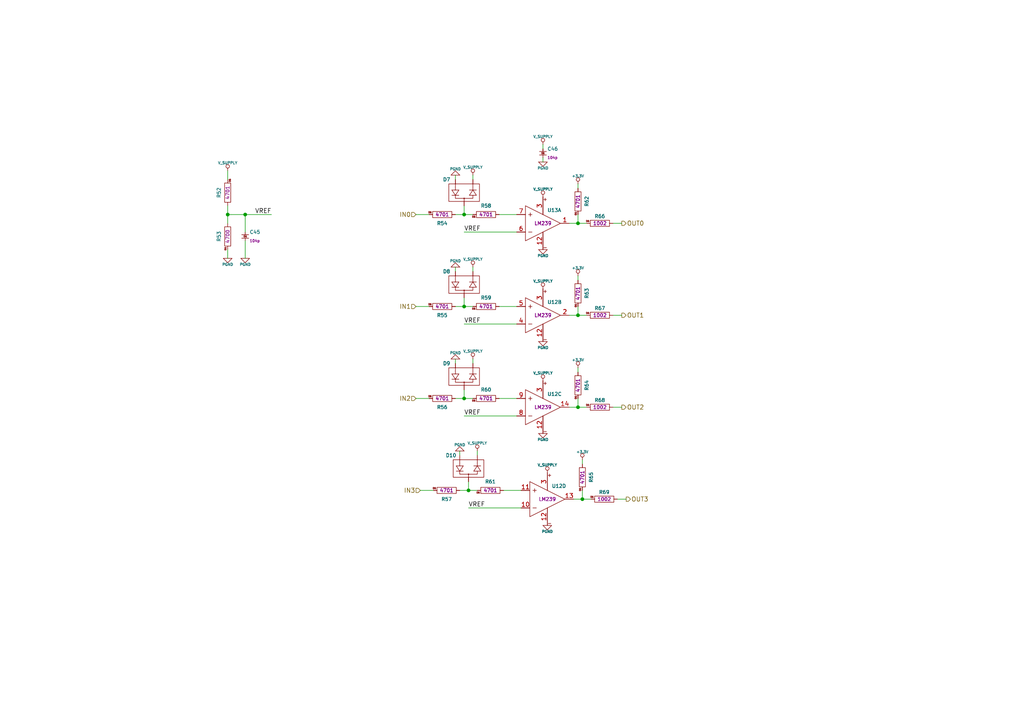
<source format=kicad_sch>
(kicad_sch (version 20231120) (generator "eeschema") (generator_version "8.0")
  (paper "A4")
  (title_block (title "Open-PLC-Project") (date "2024-12-01") (company "-") (comment 1 "See the file \"LICENSE\" in the main directory of this archive for more details.") (comment 2 "This file is subject to the terms and conditions of the MIT License.") (comment 3 "Copyright (c) 2024 Yoon-Ki Hong"))
  (lib_symbols
    (symbol "Capacitor_MLCC:0603B104K500" (pin_numbers hide) (pin_names (offset 1.016) hide)
      (property "Reference" "C" (at 1.27 1.27 0))
      (property "#Value" "104p" (at 1.27 -1.27 0))
      (symbol "0603B104K500_0_0"
        (text "06" (at 0 0 0) (effects (font (size 0.508 0.508))))
      )
      (symbol "0603B104K500_0_1"
        (polyline (pts (xy -1.016 -0.508) (xy 1.016 -0.508)))
        (polyline (pts (xy -1.016 0.508) (xy 1.016 0.508)))
        (polyline (pts (xy 0 1.27) (xy 0 0.635) (xy 0 0.635)))
      )
      (symbol "0603B104K500_1_1"
        (pin passive line (at 0 -1.27 90) (length 0.762) (name "~") (number "1"))
        (pin passive line (at 0 1.27 270) (length 0.762) (name "~") (number "2"))
      )
    )
    (symbol "Diode_Protection:KDS226" (pin_numbers hide) (pin_names (offset 1.016) hide)
      (property "Reference" "D" (at -5.08 3.81 0))
      (symbol "KDS226_0_1"
        (rectangle (start -4.445 2.54) (end 4.445 -2.54))
        (circle (center 0 -1.651) (radius 0.127))
        (polyline (pts (xy -3.556 0.762) (xy -2.54 -0.762)))
        (polyline (pts (xy -2.54 -0.762) (xy -3.556 -0.762)))
        (polyline (pts (xy -2.54 -0.762) (xy -1.524 -0.762)))
        (polyline (pts (xy -2.54 -0.762) (xy -1.524 0.762)))
        (polyline (pts (xy -2.54 0.762) (xy -3.556 0.762)))
        (polyline (pts (xy -2.54 0.762) (xy -1.524 0.762)))
        (polyline (pts (xy 2.54 -0.762) (xy 1.524 -0.762)))
        (polyline (pts (xy 2.54 -0.762) (xy 3.556 -0.762)))
        (polyline (pts (xy 2.54 0.762) (xy 1.524 0.762)))
        (polyline (pts (xy 2.54 0.762) (xy 2.54 2.54)))
        (polyline (pts (xy 2.54 0.762) (xy 3.556 -0.762)))
        (polyline (pts (xy 2.54 0.762) (xy 3.556 0.762)))
        (polyline (pts (xy -2.54 0.762) (xy -2.54 2.667) (xy -2.54 2.54)))
        (polyline (pts (xy 2.54 -0.762) (xy 2.54 -1.651) (xy 0 -1.651)))
        (polyline (pts (xy -2.54 -0.762) (xy -2.54 -1.651) (xy 0 -1.651) (xy 0 -2.54)))
      )
      (symbol "KDS226_1_1"
        (polyline (pts (xy 1.524 -0.762) (xy 2.54 0.762)))
        (pin passive line (at -2.54 3.81 270) (length 1.27) (name "A2") (number "1"))
        (pin passive line (at 2.54 3.81 270) (length 1.27) (name "C1") (number "2"))
        (pin passive line (at 0 -3.81 90) (length 1.27) (name "A1C2") (number "3"))
      )
    )
    (symbol "LM239DR2G_1" (pin_names (offset 1.016) hide)
      (property "Reference" "U" (at 1.27 3.81 0))
      (property "#Value" "LM239" (at 0 0 0))
      (symbol "LM239DR2G_1_0_0"
        (text "+" (at 0.635 6.985 0) (effects (font (size 1.016 1.016))))
        (text "-" (at 0.635 -6.985 0) (effects (font (size 1.016 1.016))))
      )
      (symbol "LM239DR2G_1_0_1"
        (polyline (pts (xy -4.191 -2.54) (xy -3.175 -2.54)))
        (polyline (pts (xy -4.191 2.54) (xy -3.175 2.54)))
        (polyline (pts (xy -3.683 3.048) (xy -3.683 2.032)))
        (polyline (pts (xy -5.08 5.08) (xy -5.08 -5.08) (xy 5.08 0) (xy -5.08 5.08)))
        (pin power_in line (at 0 -7.62 90) (length 5.08) (name "GND") (number "12"))
        (pin power_in line (at 0 7.62 270) (length 5.08) (name "VCC") (number "3"))
      )
      (symbol "LM239DR2G_1_1_1"
        (pin output line (at 7.62 0 180) (length 2.54) (name "OUT") (number "1"))
        (pin input line (at -7.62 -2.54 0) (length 2.54) (name "-") (number "6"))
        (pin input line (at -7.62 2.54 0) (length 2.54) (name "+") (number "7"))
      )
      (symbol "LM239DR2G_1_2_1"
        (pin output line (at 7.62 0 180) (length 2.54) (name "OUT") (number "2"))
        (pin input line (at -7.62 -2.54 0) (length 2.54) (name "-") (number "4"))
        (pin input line (at -7.62 2.54 0) (length 2.54) (name "+") (number "5"))
      )
      (symbol "LM239DR2G_1_3_1"
        (pin output line (at 7.62 0 180) (length 2.54) (name "OUT") (number "14"))
        (pin input line (at -7.62 -2.54 0) (length 2.54) (name "-") (number "8"))
        (pin input line (at -7.62 2.54 0) (length 2.54) (name "+") (number "9"))
      )
      (symbol "LM239DR2G_1_4_1"
        (pin input line (at -7.62 -2.54 0) (length 2.54) (name "-") (number "10"))
        (pin input line (at -7.62 2.54 0) (length 2.54) (name "+") (number "11"))
        (pin output line (at 7.62 0 180) (length 2.54) (name "OUT") (number "13"))
      )
    )
    (symbol "Resistor:WR06X1002FTL" (pin_numbers hide) (pin_names (offset 0.0254))
      (property "Reference" "R" (at 0 2.032 0))
      (property "#Value" "1002" (at 0 0 0))
      (symbol "WR06X1002FTL_0_0"
        (text "06" (at -3.556 0.635 0) (effects (font (size 0.508 0.508))))
      )
      (symbol "WR06X1002FTL_0_1"
        (rectangle (start -2.794 -0.889) (end 2.794 0.889))
      )
      (symbol "WR06X1002FTL_1_1"
        (pin passive line (at -3.81 0 0) (length 1.016) (name "~") (number "1"))
        (pin passive line (at 3.81 0 180) (length 1.016) (name "~") (number "2"))
      )
    )
    (symbol "Resistor:WR06X4700FTL" (pin_numbers hide) (pin_names (offset 0.0254))
      (property "Reference" "R" (at 0 2.032 0))
      (property "#Value" "4700" (at 0 0 0))
      (symbol "WR06X4700FTL_0_0"
        (text "06" (at -3.556 0.635 0) (effects (font (size 0.508 0.508))))
      )
      (symbol "WR06X4700FTL_0_1"
        (rectangle (start -2.794 -0.889) (end 2.794 0.889))
      )
      (symbol "WR06X4700FTL_1_1"
        (pin passive line (at -3.81 0 0) (length 1.016) (name "~") (number "1"))
        (pin passive line (at 3.81 0 180) (length 1.016) (name "~") (number "2"))
      )
    )
    (symbol "Resistor:WR06X4701FTL" (pin_numbers hide) (pin_names (offset 0.0254))
      (property "Reference" "R" (at 0 2.032 0))
      (property "#Value" "4701" (at 0 0 0))
      (symbol "WR06X4701FTL_0_0"
        (text "06" (at -3.556 0.635 0) (effects (font (size 0.508 0.508))))
      )
      (symbol "WR06X4701FTL_0_1"
        (rectangle (start -2.794 -0.889) (end 2.794 0.889))
      )
      (symbol "WR06X4701FTL_1_1"
        (pin passive line (at -3.81 0 0) (length 1.016) (name "~") (number "1"))
        (pin passive line (at 3.81 0 180) (length 1.016) (name "~") (number "2"))
      )
    )
    (symbol "power:+3.3V" (power) (pin_names (offset 1.016))
      (property "Value" "+3.3V" (at 0 2.286 0))
      (symbol "+3.3V_0_0"
        (pin power_in line (at 0 0 90) (length 0) hide (name "+3.3V") (number "1"))
      )
      (symbol "+3.3V_0_1"
        (polyline (pts (xy 0 0) (xy 0 0.762) (xy 0 0.762) (xy 0 0.762)))
        (circle (center 0 1.27) (radius 0.508))
      )
    )
    (symbol "power:PGND" (power) (pin_names (offset 0))
      (property "Value" "PGND" (at 0 -1.778 0))
      (symbol "PGND_0_1"
        (polyline (pts (xy -1.27 0) (xy 0 -1.27) (xy 1.27 0) (xy -1.27 0)))
      )
      (symbol "PGND_1_1"
        (pin power_in line (at 0 0 90) (length 0) hide (name "PGND") (number "1"))
      )
    )
    (symbol "power:V_SUPPLY" (power) (pin_names (offset 1.016))
      (property "Value" "V_SUPPLY" (at 0 2.286 0))
      (symbol "V_SUPPLY_0_0"
        (pin power_in line (at 0 0 90) (length 0) hide (name "V_SUPPLY") (number "1"))
      )
      (symbol "V_SUPPLY_0_1"
        (polyline (pts (xy 0 0) (xy 0 0.762) (xy 0 0.762) (xy 0 0.762)))
        (circle (center 0 1.27) (radius 0.508))
      )
    )
  )
  (junction (at 135.89 142.24))
  (junction (at 134.62 88.9))
  (junction (at 167.64 118.11))
  (junction (at 134.62 115.57))
  (junction (at 168.91 144.78))
  (junction (at 134.62 62.23))
  (junction (at 66.04 62.23))
  (junction (at 167.64 64.77))
  (junction (at 71.12 62.23))
  (junction (at 167.64 91.44))
  (wire (pts (xy 66.04 62.23) (xy 66.04 64.77)))
  (wire (pts (xy 144.78 115.57) (xy 149.86 115.57)))
  (wire (pts (xy 134.62 67.31) (xy 149.86 67.31)))
  (wire (pts (xy 167.64 118.11) (xy 170.18 118.11)))
  (wire (pts (xy 167.64 64.77) (xy 170.18 64.77)))
  (wire (pts (xy 71.12 69.85) (xy 71.12 74.93)))
  (wire (pts (xy 177.8 91.44) (xy 180.34 91.44)))
  (wire (pts (xy 132.08 104.14) (xy 132.08 105.41)))
  (wire (pts (xy 134.62 113.03) (xy 134.62 115.57)))
  (wire (pts (xy 132.08 77.47) (xy 132.08 78.74)))
  (wire (pts (xy 135.89 142.24) (xy 138.43 142.24)))
  (wire (pts (xy 157.48 45.72) (xy 157.48 46.99)))
  (wire (pts (xy 66.04 49.53) (xy 66.04 52.07)))
  (wire (pts (xy 166.37 144.78) (xy 168.91 144.78)))
  (wire (pts (xy 167.64 53.34) (xy 167.64 54.61)))
  (wire (pts (xy 167.64 115.57) (xy 167.64 118.11)))
  (wire (pts (xy 165.1 64.77) (xy 167.64 64.77)))
  (wire (pts (xy 146.05 142.24) (xy 151.13 142.24)))
  (wire (pts (xy 132.08 88.9) (xy 134.62 88.9)))
  (wire (pts (xy 120.65 88.9) (xy 124.46 88.9)))
  (wire (pts (xy 120.65 62.23) (xy 124.46 62.23)))
  (wire (pts (xy 71.12 62.23) (xy 78.74 62.23)))
  (wire (pts (xy 177.8 118.11) (xy 180.34 118.11)))
  (wire (pts (xy 167.64 91.44) (xy 170.18 91.44)))
  (wire (pts (xy 135.89 147.32) (xy 151.13 147.32)))
  (wire (pts (xy 168.91 142.24) (xy 168.91 144.78)))
  (wire (pts (xy 167.64 106.68) (xy 167.64 107.95)))
  (wire (pts (xy 137.16 104.14) (xy 137.16 105.41)))
  (wire (pts (xy 133.35 142.24) (xy 135.89 142.24)))
  (wire (pts (xy 137.16 77.47) (xy 137.16 78.74)))
  (wire (pts (xy 144.78 88.9) (xy 149.86 88.9)))
  (wire (pts (xy 165.1 118.11) (xy 167.64 118.11)))
  (wire (pts (xy 134.62 62.23) (xy 137.16 62.23)))
  (wire (pts (xy 157.48 41.91) (xy 157.48 43.18)))
  (wire (pts (xy 120.65 115.57) (xy 124.46 115.57)))
  (wire (pts (xy 179.07 144.78) (xy 181.61 144.78)))
  (wire (pts (xy 177.8 64.77) (xy 180.34 64.77)))
  (wire (pts (xy 121.92 142.24) (xy 125.73 142.24)))
  (wire (pts (xy 134.62 93.98) (xy 149.86 93.98)))
  (wire (pts (xy 167.64 88.9) (xy 167.64 91.44)))
  (wire (pts (xy 134.62 120.65) (xy 149.86 120.65)))
  (wire (pts (xy 168.91 144.78) (xy 171.45 144.78)))
  (wire (pts (xy 167.64 80.01) (xy 167.64 81.28)))
  (wire (pts (xy 134.62 88.9) (xy 137.16 88.9)))
  (wire (pts (xy 167.64 62.23) (xy 167.64 64.77)))
  (wire (pts (xy 144.78 62.23) (xy 149.86 62.23)))
  (wire (pts (xy 132.08 115.57) (xy 134.62 115.57)))
  (wire (pts (xy 165.1 91.44) (xy 167.64 91.44)))
  (wire (pts (xy 66.04 62.23) (xy 71.12 62.23)))
  (wire (pts (xy 133.35 130.81) (xy 133.35 132.08)))
  (wire (pts (xy 168.91 133.35) (xy 168.91 134.62)))
  (wire (pts (xy 66.04 72.39) (xy 66.04 74.93)))
  (wire (pts (xy 132.08 62.23) (xy 134.62 62.23)))
  (wire (pts (xy 138.43 130.81) (xy 138.43 132.08)))
  (wire (pts (xy 132.08 50.8) (xy 132.08 52.07)))
  (wire (pts (xy 71.12 62.23) (xy 71.12 67.31)))
  (wire (pts (xy 134.62 115.57) (xy 137.16 115.57)))
  (wire (pts (xy 137.16 50.8) (xy 137.16 52.07)))
  (wire (pts (xy 66.04 59.69) (xy 66.04 62.23)))
  (wire (pts (xy 134.62 86.36) (xy 134.62 88.9)))
  (wire (pts (xy 134.62 59.69) (xy 134.62 62.23)))
  (wire (pts (xy 135.89 139.7) (xy 135.89 142.24)))
  (label "VREF" (at 135.89 147.32 0))
  (label "VREF" (at 78.74 62.23 180))
  (label "VREF" (at 134.62 120.65 0))
  (label "VREF" (at 134.62 67.31 0))
  (label "VREF" (at 134.62 93.98 0))
  (hierarchical_label "IN0" (shape input) (at 120.65 62.23 180))
  (hierarchical_label "OUT0" (shape output) (at 180.34 64.77 0))
  (hierarchical_label "IN3" (shape input) (at 121.92 142.24 180))
  (hierarchical_label "IN2" (shape input) (at 120.65 115.57 180))
  (hierarchical_label "OUT3" (shape output) (at 181.61 144.78 0))
  (hierarchical_label "OUT2" (shape output) (at 180.34 118.11 0))
  (hierarchical_label "OUT1" (shape output) (at 180.34 91.44 0))
  (hierarchical_label "IN1" (shape input) (at 120.65 88.9 180))
  (symbol (lib_id "power:PGND") (at 157.48 72.39 0) (unit 1)
    (property "Reference" "#PWR0121" (effects (hide yes)))
    (property "Value" "PGND" (at 157.48 74.168 0) (effects (font (size 0.762 0.762))))
    (instances (project "Open-PLC-Project" (path "" (reference "#PWR0121") (unit 1)) (path "" (reference "#PWR096") (unit 1))))
  )
  (symbol (lib_id "Resistor:WR06X4700FTL") (at 66.04 68.58 90) (unit 1)
    (property "Reference" "R53" (at 63.5 68.58 0) (effects (font (size 1.016 1.016))))
    (property "Value" "WR06X4700FTL" (effects (hide yes)))
    (property "Footprint" "SMR:0603" (effects (hide yes)))
    (property "Description" "470 Ohm ±1% 1/10W" (effects (hide yes)))
    (property "Manufacturer" "WALSIN" (effects (hide yes)))
    (property "#Value" "4700" (at 66.04 68.58 0) (effects (font (size 1.016 1.016))))
    (instances (project "Open-PLC-Project" (path "" (reference "R53") (unit 1)) (path "" (reference "R35") (unit 1))))
  )
  (symbol (lib_id "power:+3.3V") (at 167.64 106.68 0) (unit 1)
    (property "Reference" "#PWR0130" (effects (hide yes)))
    (property "Value" "+3.3V" (at 167.64 104.394 0) (effects (font (size 0.762 0.762))))
    (instances (project "Open-PLC-Project" (path "" (reference "#PWR0130") (unit 1)) (path "" (reference "#PWR0105") (unit 1))))
  )
  (symbol (lib_id "power:V_SUPPLY") (at 66.04 49.53 0) (unit 1)
    (property "Reference" "#PWR0107" (effects (hide yes)))
    (property "Value" "V_SUPPLY" (at 66.04 47.244 0) (effects (font (size 0.762 0.762))))
    (instances (project "Open-PLC-Project" (path "" (reference "#PWR0107") (unit 1)) (path "" (reference "#PWR082") (unit 1))))
  )
  (symbol (lib_id "power:V_SUPPLY") (at 157.48 83.82 0) (unit 1)
    (property "Reference" "#PWR0122" (effects (hide yes)))
    (property "Value" "V_SUPPLY" (at 157.48 81.534 0) (effects (font (size 0.762 0.762))))
    (instances (project "Open-PLC-Project" (path "" (reference "#PWR0122") (unit 1)) (path "" (reference "#PWR097") (unit 1))))
  )
  (symbol (lib_id "Resistor:WR06X4701FTL") (at 167.64 58.42 90) (unit 1)
    (property "Reference" "R62" (at 170.18 58.42 0) (effects (font (size 1.016 1.016))))
    (property "Value" "WR06X4701FTL" (effects (hide yes)))
    (property "Footprint" "SMR:0603" (effects (hide yes)))
    (property "Description" "4.7 kOhm ±1% 1/10W" (effects (hide yes)))
    (property "Manufacturer" "WALSIN" (effects (hide yes)))
    (property "#Value" "4701" (at 167.64 58.42 0) (effects (font (size 1.016 1.016))))
    (instances (project "Open-PLC-Project" (path "" (reference "R62") (unit 1)) (path "" (reference "R44") (unit 1))))
  )
  (symbol (lib_id "power:PGND") (at 132.08 104.14 180) (unit 1)
    (property "Reference" "#PWR0112" (effects (hide yes)))
    (property "Value" "PGND" (at 132.08 102.362 0) (effects (font (size 0.762 0.762))))
    (instances (project "Open-PLC-Project" (path "" (reference "#PWR0112") (unit 1)) (path "" (reference "#PWR087") (unit 1))))
  )
  (symbol (lib_id "Resistor:WR06X1002FTL") (at 173.99 64.77 0) (unit 1)
    (property "Reference" "R66" (at 173.99 62.738 0) (effects (font (size 1.016 1.016))))
    (property "Value" "WR06X1002FTL" (effects (hide yes)))
    (property "Footprint" "SMR:0603" (effects (hide yes)))
    (property "Description" "10 kOhm 1% 1/10W" (effects (hide yes)))
    (property "Manufacturer" "WALSIN" (effects (hide yes)))
    (property "#Value" "1002" (at 173.99 64.77 0) (effects (font (size 1.016 1.016))))
    (instances (project "Open-PLC-Project" (path "" (reference "R66") (unit 1)) (path "" (reference "R48") (unit 1))))
  )
  (symbol (lib_id "power:V_SUPPLY") (at 158.75 137.16 0) (unit 1)
    (property "Reference" "#PWR0126" (effects (hide yes)))
    (property "Value" "V_SUPPLY" (at 158.75 134.874 0) (effects (font (size 0.762 0.762))))
    (instances (project "Open-PLC-Project" (path "" (reference "#PWR0126") (unit 1)) (path "" (reference "#PWR0101") (unit 1))))
  )
  (symbol (lib_name "LM239DR2G_1") (lib_id "Comparator:LM239DR2G") (at 157.48 118.11 0) (unit 3)
    (property "Reference" "U12" (at 158.75 114.3 0) (effects (font (size 1.016 1.016)) (justify left)))
    (property "Value" "LM239DR2G" (effects (hide yes)))
    (property "Footprint" "SO:SOIC-14" (effects (hide yes)))
    (property "Description" "Quad Differential Comparators" (effects (hide yes)))
    (property "Manufacturer" "onsemi" (effects (hide yes)))
    (property "#Value" "LM239" (at 157.48 118.11 0) (effects (font (size 1.016 1.016))))
    (instances (project "Open-PLC-Project" (path "" (reference "U12") (unit 3)) (path "" (reference "U13") (unit 3))))
  )
  (symbol (lib_id "power:+3.3V") (at 168.91 133.35 0) (unit 1)
    (property "Reference" "#PWR0131" (effects (hide yes)))
    (property "Value" "+3.3V" (at 168.91 131.064 0) (effects (font (size 0.762 0.762))))
    (instances (project "Open-PLC-Project" (path "" (reference "#PWR0131") (unit 1)) (path "" (reference "#PWR0106") (unit 1))))
  )
  (symbol (lib_id "Diode_Protection:KDS226") (at 134.62 55.88 0) (unit 1)
    (property "Reference" "D7" (at 129.54 52.07 0) (effects (font (size 1.016 1.016))))
    (property "Value" "KDS226" (effects (hide yes)))
    (property "Footprint" "SOT:SOT23" (effects (hide yes)))
    (property "Description" "ULTRA HIGH SPEED SWITCHING APPLICATION" (effects (hide yes)))
    (property "Manufacturer" "KEC" (effects (hide yes)))
    (instances (project "Open-PLC-Project" (path "" (reference "D7") (unit 1)) (path "" (reference "D3") (unit 1))))
  )
  (symbol (lib_id "power:V_SUPPLY") (at 157.48 41.91 0) (unit 1)
    (property "Reference" "#PWR0118" (effects (hide yes)))
    (property "Value" "V_SUPPLY" (at 157.48 39.624 0) (effects (font (size 0.762 0.762))))
    (instances (project "Open-PLC-Project" (path "" (reference "#PWR0118") (unit 1)) (path "" (reference "#PWR093") (unit 1))))
  )
  (symbol (lib_id "power:PGND") (at 157.48 99.06 0) (unit 1)
    (property "Reference" "#PWR0123" (effects (hide yes)))
    (property "Value" "PGND" (at 157.48 100.838 0) (effects (font (size 0.762 0.762))))
    (instances (project "Open-PLC-Project" (path "" (reference "#PWR0123") (unit 1)) (path "" (reference "#PWR098") (unit 1))))
  )
  (symbol (lib_id "Resistor:WR06X4701FTL") (at 128.27 88.9 0) (unit 1)
    (property "Reference" "R55" (at 128.27 91.44 0) (effects (font (size 1.016 1.016))))
    (property "Value" "WR06X4701FTL" (effects (hide yes)))
    (property "Footprint" "SMR:0603" (effects (hide yes)))
    (property "Description" "4.7 kOhm ±1% 1/10W" (effects (hide yes)))
    (property "Manufacturer" "WALSIN" (effects (hide yes)))
    (property "#Value" "4701" (at 128.27 88.9 0) (effects (font (size 1.016 1.016))))
    (instances (project "Open-PLC-Project" (path "" (reference "R55") (unit 1)) (path "" (reference "R37") (unit 1))))
  )
  (symbol (lib_id "power:+3.3V") (at 167.64 53.34 0) (unit 1)
    (property "Reference" "#PWR0128" (effects (hide yes)))
    (property "Value" "+3.3V" (at 167.64 51.054 0) (effects (font (size 0.762 0.762))))
    (instances (project "Open-PLC-Project" (path "" (reference "#PWR0128") (unit 1)) (path "" (reference "#PWR0103") (unit 1))))
  )
  (symbol (lib_id "Resistor:WR06X4701FTL") (at 140.97 62.23 0) (mirror x) (unit 1)
    (property "Reference" "R58" (at 140.97 59.69 0) (effects (font (size 1.016 1.016))))
    (property "Value" "WR06X4701FTL" (effects (hide yes)))
    (property "Footprint" "SMR:0603" (effects (hide yes)))
    (property "Description" "4.7 kOhm ±1% 1/10W" (effects (hide yes)))
    (property "Manufacturer" "WALSIN" (effects (hide yes)))
    (property "#Value" "4701" (at 140.97 62.23 0) (effects (font (size 1.016 1.016))))
    (instances (project "Open-PLC-Project" (path "" (reference "R58") (unit 1)) (path "" (reference "R40") (unit 1))))
  )
  (symbol (lib_id "power:V_SUPPLY") (at 138.43 130.81 0) (unit 1)
    (property "Reference" "#PWR0117" (effects (hide yes)))
    (property "Value" "V_SUPPLY" (at 138.43 128.524 0) (effects (font (size 0.762 0.762))))
    (instances (project "Open-PLC-Project" (path "" (reference "#PWR0117") (unit 1)) (path "" (reference "#PWR092") (unit 1))))
  )
  (symbol (lib_id "Resistor:WR06X1002FTL") (at 175.26 144.78 0) (unit 1)
    (property "Reference" "R69" (at 175.26 142.748 0) (effects (font (size 1.016 1.016))))
    (property "Value" "WR06X1002FTL" (effects (hide yes)))
    (property "Footprint" "SMR:0603" (effects (hide yes)))
    (property "Description" "10 kOhm 1% 1/10W" (effects (hide yes)))
    (property "Manufacturer" "WALSIN" (effects (hide yes)))
    (property "#Value" "1002" (at 175.26 144.78 0) (effects (font (size 1.016 1.016))))
    (instances (project "Open-PLC-Project" (path "" (reference "R69") (unit 1)) (path "" (reference "R51") (unit 1))))
  )
  (symbol (lib_id "power:V_SUPPLY") (at 137.16 104.14 0) (unit 1)
    (property "Reference" "#PWR0116" (effects (hide yes)))
    (property "Value" "V_SUPPLY" (at 137.16 101.854 0) (effects (font (size 0.762 0.762))))
    (instances (project "Open-PLC-Project" (path "" (reference "#PWR0116") (unit 1)) (path "" (reference "#PWR091") (unit 1))))
  )
  (symbol (lib_id "Resistor:WR06X1002FTL") (at 173.99 118.11 0) (unit 1)
    (property "Reference" "R68" (at 173.99 116.078 0) (effects (font (size 1.016 1.016))))
    (property "Value" "WR06X1002FTL" (effects (hide yes)))
    (property "Footprint" "SMR:0603" (effects (hide yes)))
    (property "Description" "10 kOhm 1% 1/10W" (effects (hide yes)))
    (property "Manufacturer" "WALSIN" (effects (hide yes)))
    (property "#Value" "1002" (at 173.99 118.11 0) (effects (font (size 1.016 1.016))))
    (instances (project "Open-PLC-Project" (path "" (reference "R68") (unit 1)) (path "" (reference "R50") (unit 1))))
  )
  (symbol (lib_id "Resistor:WR06X4701FTL") (at 129.54 142.24 0) (unit 1)
    (property "Reference" "R57" (at 129.54 144.78 0) (effects (font (size 1.016 1.016))))
    (property "Value" "WR06X4701FTL" (effects (hide yes)))
    (property "Footprint" "SMR:0603" (effects (hide yes)))
    (property "Description" "4.7 kOhm ±1% 1/10W" (effects (hide yes)))
    (property "Manufacturer" "WALSIN" (effects (hide yes)))
    (property "#Value" "4701" (at 129.54 142.24 0) (effects (font (size 1.016 1.016))))
    (instances (project "Open-PLC-Project" (path "" (reference "R57") (unit 1)) (path "" (reference "R39") (unit 1))))
  )
  (symbol (lib_id "power:PGND") (at 158.75 152.4 0) (unit 1)
    (property "Reference" "#PWR0127" (effects (hide yes)))
    (property "Value" "PGND" (at 158.75 154.178 0) (effects (font (size 0.762 0.762))))
    (instances (project "Open-PLC-Project" (path "" (reference "#PWR0127") (unit 1)) (path "" (reference "#PWR0102") (unit 1))))
  )
  (symbol (lib_id "Capacitor_MLCC:0603B104K500") (at 157.48 44.45 0) (unit 1)
    (property "Reference" "C46" (at 158.75 43.18 0) (effects (font (size 1.016 1.016)) (justify left)))
    (property "Value" "0603B104K500" (effects (hide yes)))
    (property "Footprint" "SMC:0603" (effects (hide yes)))
    (property "Description" "100nF ±10% 50V X7R" (effects (hide yes)))
    (property "Manufacturer" "WALSIN" (effects (hide yes)))
    (property "#Value" "104p" (at 158.75 45.72 0) (effects (font (size 0.762 0.762)) (justify left)))
    (instances (project "Open-PLC-Project" (path "" (reference "C46") (unit 1)) (path "" (reference "C44") (unit 1))))
  )
  (symbol (lib_id "Resistor:WR06X4701FTL") (at 140.97 88.9 0) (mirror x) (unit 1)
    (property "Reference" "R59" (at 140.97 86.36 0) (effects (font (size 1.016 1.016))))
    (property "Value" "WR06X4701FTL" (effects (hide yes)))
    (property "Footprint" "SMR:0603" (effects (hide yes)))
    (property "Description" "4.7 kOhm ±1% 1/10W" (effects (hide yes)))
    (property "Manufacturer" "WALSIN" (effects (hide yes)))
    (property "#Value" "4701" (at 140.97 88.9 0) (effects (font (size 1.016 1.016))))
    (instances (project "Open-PLC-Project" (path "" (reference "R59") (unit 1)) (path "" (reference "R41") (unit 1))))
  )
  (symbol (lib_id "power:PGND") (at 132.08 50.8 180) (unit 1)
    (property "Reference" "#PWR0110" (effects (hide yes)))
    (property "Value" "PGND" (at 132.08 49.022 0) (effects (font (size 0.762 0.762))))
    (instances (project "Open-PLC-Project" (path "" (reference "#PWR0110") (unit 1)) (path "" (reference "#PWR085") (unit 1))))
  )
  (symbol (lib_id "Resistor:WR06X4701FTL") (at 140.97 115.57 0) (mirror x) (unit 1)
    (property "Reference" "R60" (at 140.97 113.03 0) (effects (font (size 1.016 1.016))))
    (property "Value" "WR06X4701FTL" (effects (hide yes)))
    (property "Footprint" "SMR:0603" (effects (hide yes)))
    (property "Description" "4.7 kOhm ±1% 1/10W" (effects (hide yes)))
    (property "Manufacturer" "WALSIN" (effects (hide yes)))
    (property "#Value" "4701" (at 140.97 115.57 0) (effects (font (size 1.016 1.016))))
    (instances (project "Open-PLC-Project" (path "" (reference "R60") (unit 1)) (path "" (reference "R42") (unit 1))))
  )
  (symbol (lib_id "Diode_Protection:KDS226") (at 135.89 135.89 0) (unit 1)
    (property "Reference" "D10" (at 130.81 132.08 0) (effects (font (size 1.016 1.016))))
    (property "Value" "KDS226" (effects (hide yes)))
    (property "Footprint" "SOT:SOT23" (effects (hide yes)))
    (property "Description" "ULTRA HIGH SPEED SWITCHING APPLICATION" (effects (hide yes)))
    (property "Manufacturer" "KEC" (effects (hide yes)))
    (instances (project "Open-PLC-Project" (path "" (reference "D10") (unit 1)) (path "" (reference "D6") (unit 1))))
  )
  (symbol (lib_id "power:PGND") (at 71.12 74.93 0) (unit 1)
    (property "Reference" "#PWR0109" (effects (hide yes)))
    (property "Value" "PGND" (at 71.12 76.708 0) (effects (font (size 0.762 0.762))))
    (instances (project "Open-PLC-Project" (path "" (reference "#PWR0109") (unit 1)) (path "" (reference "#PWR084") (unit 1))))
  )
  (symbol (lib_id "Resistor:WR06X4701FTL") (at 66.04 55.88 270) (unit 1)
    (property "Reference" "R52" (at 63.5 55.88 0) (effects (font (size 1.016 1.016))))
    (property "Value" "WR06X4701FTL" (effects (hide yes)))
    (property "Footprint" "SMR:0603" (effects (hide yes)))
    (property "Description" "4.7 kOhm ±1% 1/10W" (effects (hide yes)))
    (property "Manufacturer" "WALSIN" (effects (hide yes)))
    (property "#Value" "4701" (at 66.04 55.88 0) (effects (font (size 1.016 1.016))))
    (instances (project "Open-PLC-Project" (path "" (reference "R52") (unit 1)) (path "" (reference "R34") (unit 1))))
  )
  (symbol (lib_id "Resistor:WR06X4701FTL") (at 167.64 85.09 90) (unit 1)
    (property "Reference" "R63" (at 170.18 85.09 0) (effects (font (size 1.016 1.016))))
    (property "Value" "WR06X4701FTL" (effects (hide yes)))
    (property "Footprint" "SMR:0603" (effects (hide yes)))
    (property "Description" "4.7 kOhm ±1% 1/10W" (effects (hide yes)))
    (property "Manufacturer" "WALSIN" (effects (hide yes)))
    (property "#Value" "4701" (at 167.64 85.09 0) (effects (font (size 1.016 1.016))))
    (instances (project "Open-PLC-Project" (path "" (reference "R63") (unit 1)) (path "" (reference "R45") (unit 1))))
  )
  (symbol (lib_id "power:PGND") (at 157.48 46.99 0) (unit 1)
    (property "Reference" "#PWR0119" (effects (hide yes)))
    (property "Value" "PGND" (at 157.48 48.768 0) (effects (font (size 0.762 0.762))))
    (instances (project "Open-PLC-Project" (path "" (reference "#PWR0119") (unit 1)) (path "" (reference "#PWR094") (unit 1))))
  )
  (symbol (lib_id "power:V_SUPPLY") (at 137.16 77.47 0) (unit 1)
    (property "Reference" "#PWR0115" (effects (hide yes)))
    (property "Value" "V_SUPPLY" (at 137.16 75.184 0) (effects (font (size 0.762 0.762))))
    (instances (project "Open-PLC-Project" (path "" (reference "#PWR0115") (unit 1)) (path "" (reference "#PWR090") (unit 1))))
  )
  (symbol (lib_id "power:PGND") (at 133.35 130.81 180) (unit 1)
    (property "Reference" "#PWR0113" (effects (hide yes)))
    (property "Value" "PGND" (at 133.35 129.032 0) (effects (font (size 0.762 0.762))))
    (instances (project "Open-PLC-Project" (path "" (reference "#PWR0113") (unit 1)) (path "" (reference "#PWR088") (unit 1))))
  )
  (symbol (lib_id "power:V_SUPPLY") (at 157.48 57.15 0) (unit 1)
    (property "Reference" "#PWR0120" (effects (hide yes)))
    (property "Value" "V_SUPPLY" (at 157.48 54.864 0) (effects (font (size 0.762 0.762))))
    (instances (project "Open-PLC-Project" (path "" (reference "#PWR0120") (unit 1)) (path "" (reference "#PWR095") (unit 1))))
  )
  (symbol (lib_id "Resistor:WR06X4701FTL") (at 142.24 142.24 0) (mirror x) (unit 1)
    (property "Reference" "R61" (at 142.24 139.7 0) (effects (font (size 1.016 1.016))))
    (property "Value" "WR06X4701FTL" (effects (hide yes)))
    (property "Footprint" "SMR:0603" (effects (hide yes)))
    (property "Description" "4.7 kOhm ±1% 1/10W" (effects (hide yes)))
    (property "Manufacturer" "WALSIN" (effects (hide yes)))
    (property "#Value" "4701" (at 142.24 142.24 0) (effects (font (size 1.016 1.016))))
    (instances (project "Open-PLC-Project" (path "" (reference "R61") (unit 1)) (path "" (reference "R43") (unit 1))))
  )
  (symbol (lib_name "LM239DR2G_1") (lib_id "Comparator:LM239DR2G") (at 157.48 91.44 0) (unit 2)
    (property "Reference" "U12" (at 158.75 87.63 0) (effects (font (size 1.016 1.016)) (justify left)))
    (property "Value" "LM239DR2G" (effects (hide yes)))
    (property "Footprint" "SO:SOIC-14" (effects (hide yes)))
    (property "Description" "Quad Differential Comparators" (effects (hide yes)))
    (property "Manufacturer" "onsemi" (effects (hide yes)))
    (property "#Value" "LM239" (at 157.48 91.44 0) (effects (font (size 1.016 1.016))))
    (instances (project "Open-PLC-Project" (path "" (reference "U12") (unit 2)) (path "" (reference "U13") (unit 2))))
  )
  (symbol (lib_id "power:PGND") (at 132.08 77.47 180) (unit 1)
    (property "Reference" "#PWR0111" (effects (hide yes)))
    (property "Value" "PGND" (at 132.08 75.692 0) (effects (font (size 0.762 0.762))))
    (instances (project "Open-PLC-Project" (path "" (reference "#PWR0111") (unit 1)) (path "" (reference "#PWR086") (unit 1))))
  )
  (symbol (lib_id "Resistor:WR06X4701FTL") (at 167.64 111.76 90) (unit 1)
    (property "Reference" "R64" (at 170.18 111.76 0) (effects (font (size 1.016 1.016))))
    (property "Value" "WR06X4701FTL" (effects (hide yes)))
    (property "Footprint" "SMR:0603" (effects (hide yes)))
    (property "Description" "4.7 kOhm ±1% 1/10W" (effects (hide yes)))
    (property "Manufacturer" "WALSIN" (effects (hide yes)))
    (property "#Value" "4701" (at 167.64 111.76 0) (effects (font (size 1.016 1.016))))
    (instances (project "Open-PLC-Project" (path "" (reference "R64") (unit 1)) (path "" (reference "R46") (unit 1))))
  )
  (symbol (lib_id "Resistor:WR06X4701FTL") (at 128.27 115.57 0) (unit 1)
    (property "Reference" "R56" (at 128.27 118.11 0) (effects (font (size 1.016 1.016))))
    (property "Value" "WR06X4701FTL" (effects (hide yes)))
    (property "Footprint" "SMR:0603" (effects (hide yes)))
    (property "Description" "4.7 kOhm ±1% 1/10W" (effects (hide yes)))
    (property "Manufacturer" "WALSIN" (effects (hide yes)))
    (property "#Value" "4701" (at 128.27 115.57 0) (effects (font (size 1.016 1.016))))
    (instances (project "Open-PLC-Project" (path "" (reference "R56") (unit 1)) (path "" (reference "R38") (unit 1))))
  )
  (symbol (lib_id "power:V_SUPPLY") (at 157.48 110.49 0) (unit 1)
    (property "Reference" "#PWR0124" (effects (hide yes)))
    (property "Value" "V_SUPPLY" (at 157.48 108.204 0) (effects (font (size 0.762 0.762))))
    (instances (project "Open-PLC-Project" (path "" (reference "#PWR0124") (unit 1)) (path "" (reference "#PWR099") (unit 1))))
  )
  (symbol (lib_id "Resistor:WR06X4701FTL") (at 168.91 138.43 90) (unit 1)
    (property "Reference" "R65" (at 171.45 138.43 0) (effects (font (size 1.016 1.016))))
    (property "Value" "WR06X4701FTL" (effects (hide yes)))
    (property "Footprint" "SMR:0603" (effects (hide yes)))
    (property "Description" "4.7 kOhm ±1% 1/10W" (effects (hide yes)))
    (property "Manufacturer" "WALSIN" (effects (hide yes)))
    (property "#Value" "4701" (at 168.91 138.43 0) (effects (font (size 1.016 1.016))))
    (instances (project "Open-PLC-Project" (path "" (reference "R65") (unit 1)) (path "" (reference "R47") (unit 1))))
  )
  (symbol (lib_id "Diode_Protection:KDS226") (at 134.62 82.55 0) (unit 1)
    (property "Reference" "D8" (at 129.54 78.74 0) (effects (font (size 1.016 1.016))))
    (property "Value" "KDS226" (effects (hide yes)))
    (property "Footprint" "SOT:SOT23" (effects (hide yes)))
    (property "Description" "ULTRA HIGH SPEED SWITCHING APPLICATION" (effects (hide yes)))
    (property "Manufacturer" "KEC" (effects (hide yes)))
    (instances (project "Open-PLC-Project" (path "" (reference "D8") (unit 1)) (path "" (reference "D4") (unit 1))))
  )
  (symbol (lib_id "power:PGND") (at 157.48 125.73 0) (unit 1)
    (property "Reference" "#PWR0125" (effects (hide yes)))
    (property "Value" "PGND" (at 157.48 127.508 0) (effects (font (size 0.762 0.762))))
    (instances (project "Open-PLC-Project" (path "" (reference "#PWR0125") (unit 1)) (path "" (reference "#PWR0100") (unit 1))))
  )
  (symbol (lib_id "Resistor:WR06X4701FTL") (at 128.27 62.23 0) (unit 1)
    (property "Reference" "R54" (at 128.27 64.77 0) (effects (font (size 1.016 1.016))))
    (property "Value" "WR06X4701FTL" (effects (hide yes)))
    (property "Footprint" "SMR:0603" (effects (hide yes)))
    (property "Description" "4.7 kOhm ±1% 1/10W" (effects (hide yes)))
    (property "Manufacturer" "WALSIN" (effects (hide yes)))
    (property "#Value" "4701" (at 128.27 62.23 0) (effects (font (size 1.016 1.016))))
    (instances (project "Open-PLC-Project" (path "" (reference "R54") (unit 1)) (path "" (reference "R36") (unit 1))))
  )
  (symbol (lib_id "Capacitor_MLCC:0603B104K500") (at 71.12 68.58 0) (unit 1)
    (property "Reference" "C45" (at 72.39 67.31 0) (effects (font (size 1.016 1.016)) (justify left)))
    (property "Value" "0603B104K500" (effects (hide yes)))
    (property "Footprint" "SMC:0603" (effects (hide yes)))
    (property "Description" "100nF ±10% 50V X7R" (effects (hide yes)))
    (property "Manufacturer" "WALSIN" (effects (hide yes)))
    (property "#Value" "104p" (at 72.39 69.85 0) (effects (font (size 0.762 0.762)) (justify left)))
    (instances (project "Open-PLC-Project" (path "" (reference "C45") (unit 1)) (path "" (reference "C43") (unit 1))))
  )
  (symbol (lib_id "power:V_SUPPLY") (at 137.16 50.8 0) (unit 1)
    (property "Reference" "#PWR0114" (effects (hide yes)))
    (property "Value" "V_SUPPLY" (at 137.16 48.514 0) (effects (font (size 0.762 0.762))))
    (instances (project "Open-PLC-Project" (path "" (reference "#PWR0114") (unit 1)) (path "" (reference "#PWR089") (unit 1))))
  )
  (symbol (lib_id "Diode_Protection:KDS226") (at 134.62 109.22 0) (unit 1)
    (property "Reference" "D9" (at 129.54 105.41 0) (effects (font (size 1.016 1.016))))
    (property "Value" "KDS226" (effects (hide yes)))
    (property "Footprint" "SOT:SOT23" (effects (hide yes)))
    (property "Description" "ULTRA HIGH SPEED SWITCHING APPLICATION" (effects (hide yes)))
    (property "Manufacturer" "KEC" (effects (hide yes)))
    (instances (project "Open-PLC-Project" (path "" (reference "D9") (unit 1)) (path "" (reference "D5") (unit 1))))
  )
  (symbol (lib_id "Resistor:WR06X1002FTL") (at 173.99 91.44 0) (unit 1)
    (property "Reference" "R67" (at 173.99 89.408 0) (effects (font (size 1.016 1.016))))
    (property "Value" "WR06X1002FTL" (effects (hide yes)))
    (property "Footprint" "SMR:0603" (effects (hide yes)))
    (property "Description" "10 kOhm 1% 1/10W" (effects (hide yes)))
    (property "Manufacturer" "WALSIN" (effects (hide yes)))
    (property "#Value" "1002" (at 173.99 91.44 0) (effects (font (size 1.016 1.016))))
    (instances (project "Open-PLC-Project" (path "" (reference "R67") (unit 1)) (path "" (reference "R49") (unit 1))))
  )
  (symbol (lib_id "power:+3.3V") (at 167.64 80.01 0) (unit 1)
    (property "Reference" "#PWR0129" (effects (hide yes)))
    (property "Value" "+3.3V" (at 167.64 77.724 0) (effects (font (size 0.762 0.762))))
    (instances (project "Open-PLC-Project" (path "" (reference "#PWR0129") (unit 1)) (path "" (reference "#PWR0104") (unit 1))))
  )
  (symbol (lib_id "power:PGND") (at 66.04 74.93 0) (unit 1)
    (property "Reference" "#PWR0108" (effects (hide yes)))
    (property "Value" "PGND" (at 66.04 76.708 0) (effects (font (size 0.762 0.762))))
    (instances (project "Open-PLC-Project" (path "" (reference "#PWR0108") (unit 1)) (path "" (reference "#PWR083") (unit 1))))
  )
  (symbol (lib_name "LM239DR2G_1") (lib_id "Comparator:LM239DR2G") (at 158.75 144.78 0) (unit 4)
    (property "Reference" "U12" (at 160.02 140.97 0) (effects (font (size 1.016 1.016)) (justify left)))
    (property "Value" "LM239DR2G" (effects (hide yes)))
    (property "Footprint" "SO:SOIC-14" (effects (hide yes)))
    (property "Description" "Quad Differential Comparators" (effects (hide yes)))
    (property "Manufacturer" "onsemi" (effects (hide yes)))
    (property "#Value" "LM239" (at 158.75 144.78 0) (effects (font (size 1.016 1.016))))
    (instances (project "Open-PLC-Project" (path "" (reference "U12") (unit 4)) (path "" (reference "U13") (unit 4))))
  )
  (symbol (lib_name "LM239DR2G_1") (lib_id "Comparator:LM239DR2G") (at 157.48 64.77 0) (unit 1)
    (property "Reference" "U13" (at 158.75 60.96 0) (effects (font (size 1.016 1.016)) (justify left)))
    (property "Value" "LM239DR2G" (effects (hide yes)))
    (property "Footprint" "SO:SOIC-14" (effects (hide yes)))
    (property "Description" "Quad Differential Comparators" (effects (hide yes)))
    (property "Manufacturer" "onsemi" (effects (hide yes)))
    (property "#Value" "LM239" (at 157.48 64.77 0) (effects (font (size 1.016 1.016))))
    (instances (project "Open-PLC-Project" (path "" (reference "U13") (unit 1)) (path "" (reference "U12") (unit 1))))
  )
)
</source>
